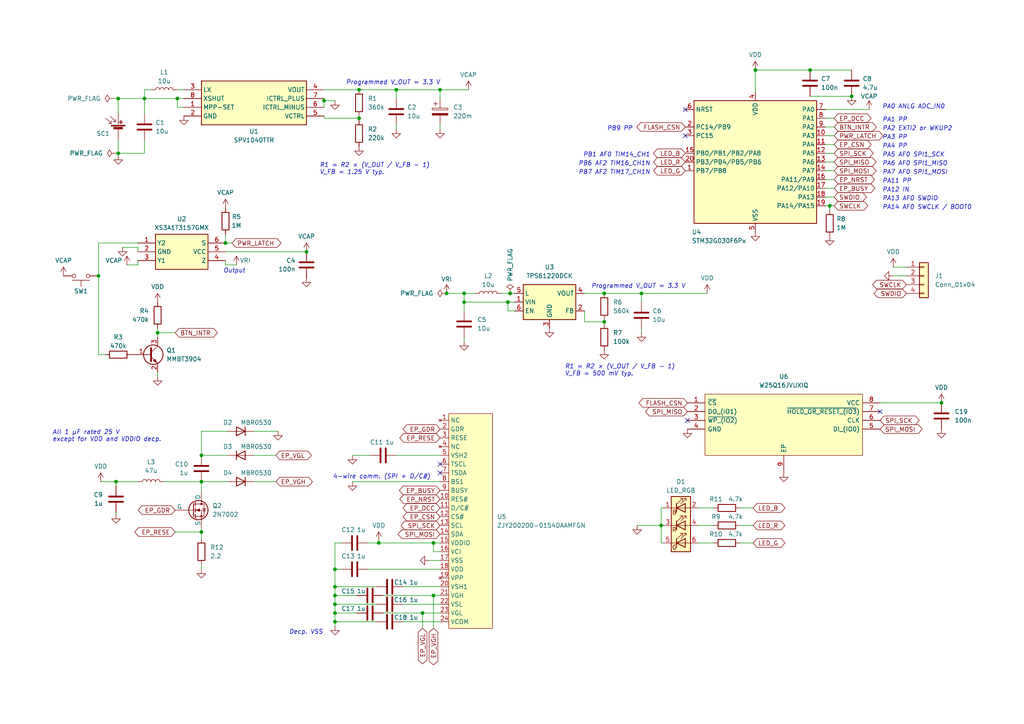
<source format=kicad_sch>
(kicad_sch (version 20230121) (generator eeschema)
  (paper "A4")
  (lib_symbols
    (symbol "Connector_Generic:Conn_01x04" (pin_names (offset 1.016) hide)
      (property "Reference" "J" (at 0 5.08 0))
      (property "Value" "Conn_01x04" (at 0 -7.62 0))
      (symbol "Conn_01x04_1_1"
        (pin passive line (at -5.08 2.54 0) (length 3.81) (name "Pin_1") (number "1"))
        (pin passive line (at -5.08 0 0) (length 3.81) (name "Pin_2") (number "2"))
        (pin passive line (at -5.08 -2.54 0) (length 3.81) (name "Pin_3") (number "3"))
        (pin passive line (at -5.08 -5.08 0) (length 3.81) (name "Pin_4") (number "4"))
      )
    )
    (symbol "Device:C" (pin_numbers hide) (pin_names (offset 0.254))
      (property "Reference" "C" (at 0.635 2.54 0))
      (property "Value" "C" (at 0.635 -2.54 0))
      (symbol "C_1_1"
        (pin passive line (at 0 3.81 270) (length 2.794) (name "~") (number "1"))
        (pin passive line (at 0 -3.81 90) (length 2.794) (name "~") (number "2"))
      )
    )
    (symbol "Device:C_Polarized" (pin_numbers hide) (pin_names (offset 0.254))
      (property "Reference" "C" (at 0.635 2.54 0))
      (property "Value" "C_Polarized" (at 0.635 -2.54 0))
      (symbol "C_Polarized_1_1"
        (pin passive line (at 0 3.81 270) (length 2.794) (name "~") (number "1"))
        (pin passive line (at 0 -3.81 90) (length 2.794) (name "~") (number "2"))
      )
    )
    (symbol "Device:D" (pin_numbers hide) (pin_names (offset 1.016) hide)
      (property "Reference" "D" (at 0 2.54 0))
      (property "Value" "D" (at 0 -2.54 0))
      (symbol "D_1_1"
        (pin passive line (at -3.81 0 0) (length 2.54) (name "K") (number "1"))
        (pin passive line (at 3.81 0 180) (length 2.54) (name "A") (number "2"))
      )
    )
    (symbol "Device:L" (pin_numbers hide) (pin_names (offset 1.016) hide)
      (property "Reference" "L" (at -1.27 0 90))
      (property "Value" "L" (at 1.905 0 90))
      (symbol "L_1_1"
        (pin passive line (at 0 3.81 270) (length 1.27) (name "1") (number "1"))
        (pin passive line (at 0 -3.81 90) (length 1.27) (name "2") (number "2"))
      )
    )
    (symbol "Device:Q_NMOS_GSD" (pin_numbers hide) (pin_names (offset 0))
      (property "Reference" "Q" (at 5.08 1.27 0))
      (property "Value" "Q_NMOS_GSD" (at 5.08 -1.27 0))
      (symbol "Q_NMOS_GSD_1_1"
        (pin input line (at -5.08 0 0) (length 2.54) (name "G") (number "1"))
        (pin passive line (at 2.54 -5.08 90) (length 2.54) (name "S") (number "2"))
        (pin passive line (at 2.54 5.08 270) (length 2.54) (name "D") (number "3"))
      )
    )
    (symbol "Device:R" (pin_numbers hide) (pin_names (offset 0))
      (property "Reference" "R" (at 2.032 0 90))
      (property "Value" "R" (at 0 0 90))
      (symbol "R_1_1"
        (pin passive line (at 0 3.81 270) (length 1.27) (name "~") (number "1"))
        (pin passive line (at 0 -3.81 90) (length 1.27) (name "~") (number "2"))
      )
    )
    (symbol "Device:Solar_Cell" (pin_numbers hide) (pin_names (offset 0) hide)
      (property "Reference" "SC" (at 2.54 2.54 0))
      (property "Value" "Solar_Cell" (at 2.54 0 0))
      (symbol "Solar_Cell_1_1"
        (pin passive line (at 0 5.08 270) (length 2.54) (name "+") (number "1"))
        (pin passive line (at 0 -2.54 90) (length 2.54) (name "-") (number "2"))
      )
    )
    (symbol "MCU_ST_STM32G0:STM32G030F6Px"
      (property "Reference" "U" (at -17.78 19.05 0))
      (property "Value" "STM32G030F6Px" (at 2.54 19.05 0))
      (symbol "STM32G030F6Px_1_1"
        (pin bidirectional line (at -20.32 -2.54 0) (length 2.54) (name "PB7/PB8") (number "1"))
        (pin bidirectional line (at 20.32 7.62 180) (length 2.54) (name "PA3") (number "10"))
        (pin bidirectional line (at 20.32 5.08 180) (length 2.54) (name "PA4") (number "11"))
        (pin bidirectional line (at 20.32 2.54 180) (length 2.54) (name "PA5") (number "12"))
        (pin bidirectional line (at 20.32 0 180) (length 2.54) (name "PA6") (number "13"))
        (pin bidirectional line (at 20.32 -2.54 180) (length 2.54) (name "PA7") (number "14"))
        (pin bidirectional line (at -20.32 2.54 0) (length 2.54) (name "PB0/PB1/PB2/PA8") (number "15"))
        (pin bidirectional line (at 20.32 -5.08 180) (length 2.54) (name "PA11/PA9") (number "16"))
        (pin bidirectional line (at 20.32 -7.62 180) (length 2.54) (name "PA12/PA10") (number "17"))
        (pin bidirectional line (at 20.32 -10.16 180) (length 2.54) (name "PA13") (number "18"))
        (pin bidirectional line (at 20.32 -12.7 180) (length 2.54) (name "PA14/PA15") (number "19"))
        (pin bidirectional line (at -20.32 10.16 0) (length 2.54) (name "PC14/PB9") (number "2"))
        (pin bidirectional line (at -20.32 0 0) (length 2.54) (name "PB3/PB4/PB5/PB6") (number "20"))
        (pin bidirectional line (at -20.32 7.62 0) (length 2.54) (name "PC15") (number "3"))
        (pin power_in line (at 0 20.32 270) (length 2.54) (name "VDD") (number "4"))
        (pin power_in line (at 0 -20.32 90) (length 2.54) (name "VSS") (number "5"))
        (pin input line (at -20.32 15.24 0) (length 2.54) (name "NRST") (number "6"))
        (pin bidirectional line (at 20.32 15.24 180) (length 2.54) (name "PA0") (number "7"))
        (pin bidirectional line (at 20.32 12.7 180) (length 2.54) (name "PA1") (number "8"))
        (pin bidirectional line (at 20.32 10.16 180) (length 2.54) (name "PA2") (number "9"))
      )
    )
    (symbol "Regulator_Switching:TPS61220DCK"
      (property "Reference" "U" (at -7.62 6.35 0))
      (property "Value" "TPS61220DCK" (at 2.54 6.35 0))
      (symbol "TPS61220DCK_1_1"
        (pin power_in line (at -10.16 0 0) (length 2.54) (name "VIN") (number "1"))
        (pin input line (at 10.16 -2.54 180) (length 2.54) (name "FB") (number "2"))
        (pin power_in line (at 0 -7.62 90) (length 2.54) (name "GND") (number "3"))
        (pin power_out line (at 10.16 2.54 180) (length 2.54) (name "VOUT") (number "4"))
        (pin power_in line (at -10.16 2.54 0) (length 2.54) (name "L") (number "5"))
        (pin input line (at -10.16 -2.54 0) (length 2.54) (name "EN") (number "6"))
      )
    )
    (symbol "Soleil_symbols:E-paper"
      (property "Reference" "U" (at 0 33.02 0))
      (property "Value" "ZJY200200-0154DAAMFGN" (at 0 -33.02 0))
      (symbol "E-paper_1_1"
        (pin no_connect line (at -8.89 29.21 0) (length 2.54) (name "NC") (number "1"))
        (pin input line (at -8.89 6.35 0) (length 2.54) (name "RES#") (number "10"))
        (pin input line (at -8.89 3.81 0) (length 2.54) (name "D/C#") (number "11"))
        (pin input line (at -8.89 1.27 0) (length 2.54) (name "CS#") (number "12"))
        (pin input line (at -8.89 -1.27 0) (length 2.54) (name "SCL") (number "13"))
        (pin input line (at -8.89 -3.81 0) (length 2.54) (name "SDA") (number "14"))
        (pin power_in line (at -8.89 -6.35 0) (length 2.54) (name "VDDIO") (number "15"))
        (pin power_in line (at -8.89 -8.89 0) (length 2.54) (name "VCI") (number "16"))
        (pin power_in line (at -8.89 -11.43 0) (length 2.54) (name "VSS") (number "17"))
        (pin bidirectional line (at -8.89 -13.97 0) (length 2.54) (name "VDD") (number "18"))
        (pin no_connect line (at -8.89 -16.51 0) (length 2.54) (name "VPP") (number "19"))
        (pin output line (at -8.89 26.67 0) (length 2.54) (name "GDR") (number "2"))
        (pin bidirectional line (at -8.89 -19.05 0) (length 2.54) (name "VSH1") (number "20"))
        (pin bidirectional line (at -8.89 -21.59 0) (length 2.54) (name "VGH") (number "21"))
        (pin bidirectional line (at -8.89 -24.13 0) (length 2.54) (name "VSL") (number "22"))
        (pin bidirectional line (at -8.89 -26.67 0) (length 2.54) (name "VGL") (number "23"))
        (pin bidirectional line (at -8.89 -29.21 0) (length 2.54) (name "VCOM") (number "24"))
        (pin input line (at -8.89 24.13 0) (length 2.54) (name "RESE") (number "3"))
        (pin no_connect line (at -8.89 21.59 0) (length 2.54) (name "NC") (number "4"))
        (pin bidirectional line (at -8.89 19.05 0) (length 2.54) (name "VSH2") (number "5"))
        (pin output line (at -8.89 16.51 0) (length 2.54) (name "TSCL") (number "6"))
        (pin bidirectional line (at -8.89 13.97 0) (length 2.54) (name "TSDA") (number "7"))
        (pin input line (at -8.89 11.43 0) (length 2.54) (name "BS1") (number "8"))
        (pin output line (at -8.89 8.89 0) (length 2.54) (name "BUSY") (number "9"))
      )
    )
    (symbol "Soleil_symbols:LED_RGB" (pin_names (offset 0) hide)
      (property "Reference" "D" (at 0 9.398 0))
      (property "Value" "LED_RGB" (at 0 -8.89 0))
      (symbol "LED_RGB_1_0"
        (text "B" (at -1.905 3.81 0) (effects (font (size 1.27 1.27))))
        (text "G" (at -1.905 -6.35 0) (effects (font (size 1.27 1.27))))
        (text "R" (at -1.905 -1.27 0) (effects (font (size 1.27 1.27))))
      )
      (symbol "LED_RGB_1_1"
        (pin passive line (at -5.08 5.08 0) (length 2.54) (name "BK") (number "1"))
        (pin passive line (at 5.08 5.08 180) (length 2.54) (name "BA") (number "2"))
        (pin passive line (at -5.08 0 0) (length 2.54) (name "RK") (number "3"))
        (pin passive line (at 5.08 0 180) (length 2.54) (name "RA") (number "4"))
        (pin passive line (at -5.08 -5.08 0) (length 2.54) (name "GK") (number "5"))
        (pin passive line (at 5.08 -5.08 180) (length 2.54) (name "GA") (number "6"))
      )
    )
    (symbol "Soleil_symbols:SPV1040TTR"
      (property "Reference" "U" (at 36.83 7.62 0))
      (property "Value" "SPV1040TTR" (at 36.83 5.08 0))
      (symbol "SPV1040TTR_1_1"
        (pin input line (at 0 -5.08 0) (length 5.08) (name "MPP-SET") (number "1"))
        (pin power_in line (at 0 -7.62 0) (length 5.08) (name "GND") (number "2"))
        (pin input line (at 0 0 0) (length 5.08) (name "LX") (number "3"))
        (pin power_out line (at 40.64 0 180) (length 5.08) (name "VOUT") (number "4"))
        (pin input line (at 40.64 -7.62 180) (length 5.08) (name "VCTRL") (number "5"))
        (pin input line (at 40.64 -5.08 180) (length 5.08) (name "ICTRL_MINUS") (number "6"))
        (pin input line (at 40.64 -2.54 180) (length 5.08) (name "ICTRL_PLUS") (number "7"))
        (pin input line (at 0 -2.54 0) (length 5.08) (name "XSHUT") (number "8"))
      )
    )
    (symbol "Soleil_symbols:VCAP" (power) (pin_names (offset 0))
      (property "Value" "VCAP" (at 0 3.81 0))
      (symbol "VCAP_1_1"
        (pin power_in line (at 0 0 90) (length 0) hide (name "VCAP") (number "1"))
      )
    )
    (symbol "Soleil_symbols:VRI" (power) (pin_names (offset 0))
      (property "Value" "VRI" (at 0 3.81 0))
      (symbol "VRI_1_1"
        (pin power_in line (at 0 0 90) (length 0) hide (name "VRI") (number "1"))
      )
    )
    (symbol "Soleil_symbols:W25Q16JVUXIQ" (pin_names (offset 0.762))
      (property "Reference" "U" (at 52.07 7.62 0))
      (property "Value" "W25Q16JVUXIQ" (at 52.07 5.08 0))
      (symbol "W25Q16JVUXIQ_0_0"
        (pin passive line (at 0 0 0) (length 5.08) (name "~{CS}") (number "1"))
        (pin passive line (at 0 -2.54 0) (length 5.08) (name "DO_(IO1)") (number "2"))
        (pin passive line (at 0 -5.08 0) (length 5.08) (name "~{WP_(IO2})") (number "3"))
        (pin passive line (at 0 -7.62 0) (length 5.08) (name "GND") (number "4"))
        (pin passive line (at 55.88 -7.62 180) (length 5.08) (name "DI_(IO0)") (number "5"))
        (pin passive line (at 55.88 -5.08 180) (length 5.08) (name "CLK") (number "6"))
        (pin passive line (at 55.88 -2.54 180) (length 5.08) (name "~{HOLD_OR_RESET_(IO3})") (number "7"))
        (pin passive line (at 55.88 0 180) (length 5.08) (name "VCC") (number "8"))
        (pin passive line (at 27.94 -20.32 90) (length 5.08) (name "EP") (number "9"))
      )
    )
    (symbol "Soleil_symbols:XS3A1T3157GMX"
      (property "Reference" "U" (at 21.59 7.62 0))
      (property "Value" "XS3A1T3157GMX" (at 21.59 5.08 0))
      (symbol "XS3A1T3157GMX_1_1"
        (pin passive line (at 0 0 0) (length 5.08) (name "Y2") (number "1"))
        (pin passive line (at 0 -2.54 0) (length 5.08) (name "GND") (number "2"))
        (pin passive line (at 0 -5.08 0) (length 5.08) (name "Y1") (number "3"))
        (pin passive line (at 25.4 -5.08 180) (length 5.08) (name "Z") (number "4"))
        (pin passive line (at 25.4 -2.54 180) (length 5.08) (name "VCC") (number "5"))
        (pin passive line (at 25.4 0 180) (length 5.08) (name "S") (number "6"))
      )
    )
    (symbol "Switch:SW_Push" (pin_numbers hide) (pin_names (offset 1.016) hide)
      (property "Reference" "SW" (at 1.27 2.54 0))
      (property "Value" "SW_Push" (at 0 -1.524 0))
      (symbol "SW_Push_0_1"
        (pin passive line (at -5.08 0 0) (length 2.54) (name "1") (number "1"))
        (pin passive line (at 5.08 0 180) (length 2.54) (name "2") (number "2"))
      )
    )
    (symbol "Transistor_BJT:MMBT3904" (pin_names (offset 0) hide)
      (property "Reference" "Q" (at 5.08 1.905 0))
      (property "Value" "MMBT3904" (at 5.08 0 0))
      (symbol "MMBT3904_1_1"
        (pin input line (at -5.08 0 0) (length 5.715) (name "B") (number "1"))
        (pin passive line (at 2.54 -5.08 90) (length 2.54) (name "E") (number "2"))
        (pin passive line (at 2.54 5.08 270) (length 2.54) (name "C") (number "3"))
      )
    )
    (symbol "power:GND" (power) (pin_names (offset 0))
      (property "Value" "GND" (at 0 -3.81 0))
      (symbol "GND_1_1"
        (pin power_in line (at 0 0 270) (length 0) hide (name "GND") (number "1"))
      )
    )
    (symbol "power:PWR_FLAG" (power) (pin_numbers hide) (pin_names (offset 0) hide)
      (property "Value" "PWR_FLAG" (at 0 3.81 0))
      (symbol "PWR_FLAG_0_0"
        (pin power_out line (at 0 0 90) (length 0) (name "pwr") (number "1"))
      )
    )
    (symbol "power:VDD" (power) (pin_names (offset 0))
      (property "Value" "VDD" (at 0 3.81 0))
      (symbol "VDD_1_1"
        (pin power_in line (at 0 0 90) (length 0) hide (name "VDD") (number "1"))
      )
    )
  )
  (junction (at 114.935 26.035))
  (junction (at 93.98 29.21))
  (junction (at 34.29 44.45))
  (junction (at 65.405 70.485))
  (junction (at 175.26 85.09))
  (junction (at 234.95 20.32))
  (junction (at 45.72 96.52))
  (junction (at 88.9 73.025))
  (junction (at 97.155 172.72))
  (junction (at 51.435 28.575))
  (junction (at 186.055 85.09))
  (junction (at 134.62 87.63))
  (junction (at 58.42 154.305))
  (junction (at 147.32 87.63))
  (junction (at 134.62 85.09))
  (junction (at 104.14 26.035))
  (junction (at 97.155 165.1))
  (junction (at 41.91 28.575))
  (junction (at 97.155 170.18))
  (junction (at 58.42 139.7))
  (junction (at 33.655 139.7))
  (junction (at 58.42 132.08))
  (junction (at 273.05 116.84))
  (junction (at 122.555 177.8))
  (junction (at 125.73 172.72))
  (junction (at 28.575 80.01))
  (junction (at 247.015 27.94))
  (junction (at 97.155 175.26))
  (junction (at 97.155 180.34))
  (junction (at 147.955 85.09))
  (junction (at 34.29 28.575))
  (junction (at 125.73 157.48))
  (junction (at 191.77 152.4))
  (junction (at 129.54 85.09))
  (junction (at 97.155 177.8))
  (junction (at 127.635 26.035))
  (junction (at 109.855 157.48))
  (junction (at 219.075 20.32))
  (junction (at 175.26 93.345))
  (junction (at 104.14 34.29))
  (junction (at 240.665 59.69))
  (no_connect (at 198.755 31.75))
  (no_connect (at 127.635 137.16))
  (no_connect (at 198.755 39.37))
  (no_connect (at 199.39 121.92))
  (no_connect (at 127.635 134.62))
  (no_connect (at 255.27 119.38))
  (wire (pts (xy 241.935 59.69) (xy 240.665 59.69)))
  (wire (pts (xy 239.395 39.37) (xy 241.935 39.37)))
  (wire (pts (xy 33.02 28.575) (xy 34.29 28.575)))
  (wire (pts (xy 97.155 175.26) (xy 109.22 175.26)))
  (wire (pts (xy 45.72 109.22) (xy 45.72 107.95)))
  (wire (pts (xy 102.235 139.7) (xy 127.635 139.7)))
  (wire (pts (xy 97.155 157.48) (xy 97.155 165.1)))
  (wire (pts (xy 116.84 175.26) (xy 127.635 175.26)))
  (wire (pts (xy 219.075 20.32) (xy 219.075 26.67)))
  (wire (pts (xy 97.155 177.8) (xy 103.505 177.8)))
  (wire (pts (xy 73.66 132.08) (xy 80.01 132.08)))
  (wire (pts (xy 191.77 147.32) (xy 192.405 147.32)))
  (wire (pts (xy 97.155 172.72) (xy 97.155 175.26)))
  (wire (pts (xy 34.29 28.575) (xy 41.91 28.575)))
  (wire (pts (xy 149.225 90.17) (xy 147.32 90.17)))
  (wire (pts (xy 191.77 147.32) (xy 191.77 152.4)))
  (wire (pts (xy 147.955 85.09) (xy 149.225 85.09)))
  (wire (pts (xy 45.72 97.79) (xy 45.72 96.52)))
  (wire (pts (xy 207.01 152.4) (xy 202.565 152.4)))
  (wire (pts (xy 175.26 93.345) (xy 175.26 93.98)))
  (wire (pts (xy 65.405 70.485) (xy 67.31 70.485)))
  (wire (pts (xy 40.005 71.755) (xy 40.005 73.025)))
  (wire (pts (xy 93.98 28.575) (xy 93.98 29.21)))
  (wire (pts (xy 109.855 157.48) (xy 125.73 157.48)))
  (wire (pts (xy 169.545 90.17) (xy 169.545 93.345)))
  (wire (pts (xy 241.935 54.61) (xy 239.395 54.61)))
  (wire (pts (xy 93.98 26.035) (xy 104.14 26.035)))
  (wire (pts (xy 186.055 85.09) (xy 186.055 87.63)))
  (wire (pts (xy 47.625 139.7) (xy 58.42 139.7)))
  (wire (pts (xy 127.635 26.035) (xy 127.635 28.575)))
  (wire (pts (xy 241.935 57.15) (xy 239.395 57.15)))
  (wire (pts (xy 93.98 34.29) (xy 93.98 33.655)))
  (wire (pts (xy 58.42 154.305) (xy 58.42 156.21)))
  (wire (pts (xy 241.935 41.91) (xy 239.395 41.91)))
  (wire (pts (xy 218.44 147.32) (xy 214.63 147.32)))
  (wire (pts (xy 191.77 157.48) (xy 192.405 157.48)))
  (wire (pts (xy 41.91 28.575) (xy 41.91 33.02)))
  (wire (pts (xy 122.555 177.8) (xy 122.555 182.245)))
  (wire (pts (xy 127.635 160.02) (xy 125.73 160.02)))
  (wire (pts (xy 97.155 170.18) (xy 109.22 170.18)))
  (wire (pts (xy 205.105 85.09) (xy 186.055 85.09)))
  (wire (pts (xy 125.73 172.72) (xy 125.73 182.245)))
  (wire (pts (xy 111.125 177.8) (xy 122.555 177.8)))
  (wire (pts (xy 134.62 87.63) (xy 134.62 85.09)))
  (wire (pts (xy 53.34 31.115) (xy 51.435 31.115)))
  (wire (pts (xy 240.665 59.69) (xy 239.395 59.69)))
  (wire (pts (xy 41.91 26.035) (xy 41.91 28.575)))
  (wire (pts (xy 125.73 172.72) (xy 127.635 172.72)))
  (wire (pts (xy 33.655 139.7) (xy 40.005 139.7)))
  (wire (pts (xy 33.655 148.59) (xy 33.655 149.225)))
  (wire (pts (xy 259.08 77.47) (xy 262.89 77.47)))
  (wire (pts (xy 73.66 139.7) (xy 80.01 139.7)))
  (wire (pts (xy 29.21 139.7) (xy 33.655 139.7)))
  (wire (pts (xy 124.46 162.56) (xy 127.635 162.56)))
  (wire (pts (xy 169.545 85.09) (xy 175.26 85.09)))
  (wire (pts (xy 273.05 116.84) (xy 255.27 116.84)))
  (wire (pts (xy 122.555 177.8) (xy 127.635 177.8)))
  (wire (pts (xy 65.405 76.835) (xy 68.58 76.835)))
  (wire (pts (xy 58.42 163.83) (xy 58.42 165.1)))
  (wire (pts (xy 259.08 80.01) (xy 262.89 80.01)))
  (wire (pts (xy 66.04 125.095) (xy 58.42 125.095)))
  (wire (pts (xy 41.91 40.64) (xy 41.91 44.45)))
  (wire (pts (xy 51.435 31.115) (xy 51.435 28.575)))
  (wire (pts (xy 134.62 87.63) (xy 147.32 87.63)))
  (wire (pts (xy 184.785 152.4) (xy 191.77 152.4)))
  (wire (pts (xy 107.315 132.08) (xy 102.235 132.08)))
  (wire (pts (xy 111.125 172.72) (xy 125.73 172.72)))
  (wire (pts (xy 35.56 71.755) (xy 40.005 71.755)))
  (wire (pts (xy 125.73 160.02) (xy 125.73 157.48)))
  (wire (pts (xy 28.575 102.87) (xy 30.48 102.87)))
  (wire (pts (xy 207.01 147.32) (xy 202.565 147.32)))
  (wire (pts (xy 241.935 49.53) (xy 239.395 49.53)))
  (wire (pts (xy 65.405 76.835) (xy 65.405 75.565)))
  (wire (pts (xy 239.395 36.83) (xy 241.935 36.83)))
  (wire (pts (xy 116.84 170.18) (xy 127.635 170.18)))
  (wire (pts (xy 252.095 31.75) (xy 239.395 31.75)))
  (wire (pts (xy 65.405 73.025) (xy 88.9 73.025)))
  (wire (pts (xy 241.935 46.99) (xy 239.395 46.99)))
  (wire (pts (xy 169.545 93.345) (xy 175.26 93.345)))
  (wire (pts (xy 41.91 44.45) (xy 34.29 44.45)))
  (wire (pts (xy 34.29 40.64) (xy 34.29 44.45)))
  (wire (pts (xy 125.73 157.48) (xy 127.635 157.48)))
  (wire (pts (xy 66.04 132.08) (xy 58.42 132.08)))
  (wire (pts (xy 134.62 85.09) (xy 137.795 85.09)))
  (wire (pts (xy 127.635 37.465) (xy 127.635 36.195)))
  (wire (pts (xy 109.855 156.845) (xy 109.855 157.48)))
  (wire (pts (xy 97.155 180.34) (xy 97.155 181.61)))
  (wire (pts (xy 97.155 177.8) (xy 97.155 180.34)))
  (wire (pts (xy 97.155 172.72) (xy 103.505 172.72)))
  (wire (pts (xy 33.655 140.97) (xy 33.655 139.7)))
  (wire (pts (xy 147.32 87.63) (xy 147.32 90.17)))
  (wire (pts (xy 114.935 26.035) (xy 127.635 26.035)))
  (wire (pts (xy 234.95 27.94) (xy 247.015 27.94)))
  (wire (pts (xy 134.62 87.63) (xy 134.62 90.17)))
  (wire (pts (xy 50.8 154.305) (xy 58.42 154.305)))
  (wire (pts (xy 186.055 95.25) (xy 186.055 96.52)))
  (wire (pts (xy 51.435 26.035) (xy 53.34 26.035)))
  (wire (pts (xy 28.575 80.01) (xy 28.575 70.485)))
  (wire (pts (xy 218.44 152.4) (xy 214.63 152.4)))
  (wire (pts (xy 34.29 33.02) (xy 34.29 28.575)))
  (wire (pts (xy 58.42 125.095) (xy 58.42 132.08)))
  (wire (pts (xy 191.77 152.4) (xy 191.77 157.48)))
  (wire (pts (xy 134.62 99.06) (xy 134.62 97.79)))
  (wire (pts (xy 28.575 70.485) (xy 40.005 70.485)))
  (wire (pts (xy 97.155 165.1) (xy 99.06 165.1)))
  (wire (pts (xy 28.575 80.01) (xy 28.575 102.87)))
  (wire (pts (xy 145.415 85.09) (xy 147.955 85.09)))
  (wire (pts (xy 234.95 20.32) (xy 247.015 20.32)))
  (wire (pts (xy 58.42 139.7) (xy 66.04 139.7)))
  (wire (pts (xy 73.66 125.095) (xy 80.645 125.095)))
  (wire (pts (xy 51.435 28.575) (xy 53.34 28.575)))
  (wire (pts (xy 45.72 96.52) (xy 45.72 95.25)))
  (wire (pts (xy 104.14 34.29) (xy 104.14 34.925)))
  (wire (pts (xy 175.26 85.09) (xy 186.055 85.09)))
  (wire (pts (xy 127.635 26.035) (xy 135.89 26.035)))
  (wire (pts (xy 129.54 85.09) (xy 134.62 85.09)))
  (wire (pts (xy 97.155 170.18) (xy 97.155 172.72)))
  (wire (pts (xy 36.83 76.835) (xy 40.005 76.835)))
  (wire (pts (xy 114.935 132.08) (xy 127.635 132.08)))
  (wire (pts (xy 65.405 67.945) (xy 65.405 70.485)))
  (wire (pts (xy 97.155 157.48) (xy 99.06 157.48)))
  (wire (pts (xy 33.655 44.45) (xy 34.29 44.45)))
  (wire (pts (xy 241.935 52.07) (xy 239.395 52.07)))
  (wire (pts (xy 43.815 26.035) (xy 41.91 26.035)))
  (wire (pts (xy 116.84 180.34) (xy 127.635 180.34)))
  (wire (pts (xy 219.075 20.32) (xy 234.95 20.32)))
  (wire (pts (xy 97.155 175.26) (xy 97.155 177.8)))
  (wire (pts (xy 240.665 59.69) (xy 240.665 60.96)))
  (wire (pts (xy 207.01 157.48) (xy 202.565 157.48)))
  (wire (pts (xy 241.935 34.29) (xy 239.395 34.29)))
  (wire (pts (xy 58.42 139.7) (xy 58.42 142.875)))
  (wire (pts (xy 97.155 165.1) (xy 97.155 170.18)))
  (wire (pts (xy 106.68 165.1) (xy 127.635 165.1)))
  (wire (pts (xy 93.98 29.21) (xy 97.155 29.21)))
  (wire (pts (xy 147.32 87.63) (xy 149.225 87.63)))
  (wire (pts (xy 40.005 76.835) (xy 40.005 75.565)))
  (wire (pts (xy 104.14 33.655) (xy 104.14 34.29)))
  (wire (pts (xy 97.155 180.34) (xy 109.22 180.34)))
  (wire (pts (xy 106.68 157.48) (xy 109.855 157.48)))
  (wire (pts (xy 175.26 92.71) (xy 175.26 93.345)))
  (wire (pts (xy 241.935 44.45) (xy 239.395 44.45)))
  (wire (pts (xy 93.98 29.21) (xy 93.98 31.115)))
  (wire (pts (xy 45.72 96.52) (xy 50.8 96.52)))
  (wire (pts (xy 41.91 28.575) (xy 51.435 28.575)))
  (wire (pts (xy 104.14 26.035) (xy 114.935 26.035)))
  (wire (pts (xy 114.935 36.195) (xy 114.935 37.465)))
  (wire (pts (xy 58.42 153.035) (xy 58.42 154.305)))
  (wire (pts (xy 218.44 157.48) (xy 214.63 157.48)))
  (wire (pts (xy 114.935 26.035) (xy 114.935 28.575)))
  (wire (pts (xy 191.77 152.4) (xy 192.405 152.4)))
  (wire (pts (xy 34.29 44.45) (xy 34.29 45.085)))
  (wire (pts (xy 93.98 34.29) (xy 104.14 34.29)))
  (text "PA12 IN" (at 255.905 55.88 0) (effects (font (size 1.27 1.27) italic) (justify left bottom)))
  (text "PB7 AF2 TIM17_CH1N" (at 188.595 50.8 0) (effects (font (size 1.27 1.27) italic) (justify right bottom)))
  (text "PA11 PP" (at 255.905 53.34 0) (effects (font (size 1.27 1.27) italic) (justify left bottom)))
  (text "PA3 PP" (at 255.905 40.64 0) (effects (font (size 1.27 1.27) italic) (justify left bottom)))
  (text "PA7 AF0 SPI1_MOSI" (at 255.905 50.8 0) (effects (font (size 1.27 1.27) italic) (justify left bottom)))
  (text "4-wire comm. (SPI + D/C#)" (at 96.52 139.065 0) (effects (font (size 1.27 1.27) italic) (justify left bottom)))
  (text "PB6 AF2 TIM16_CH1N" (at 188.595 48.26 0) (effects (font (size 1.27 1.27) italic) (justify right bottom)))
  (text "PB1 AF0 TIM14_CH1" (at 188.595 45.72 0) (effects (font (size 1.27 1.27) italic) (justify right bottom)))
  (text "PB9 PP" (at 183.515 38.1 0) (effects (font (size 1.27 1.27) italic) (justify right bottom)))
  (text "R1 = R2 × (V_OUT / V_FB - 1)\nV_FB = 1.25 V typ." (at 92.71 50.8 0) (effects (font (size 1.27 1.27) italic) (justify left bottom)))
  (text "Decp. VSS" (at 83.82 184.15 0) (effects (font (size 1.27 1.27) italic) (justify left bottom)))
  (text "All 1 µF rated 25 V\nexcept for VDD and VDDIO decp." (at 15.24 128.27 0) (effects (font (size 1.27 1.27) italic) (justify left bottom)))
  (text "R1 = R2 × (V_OUT / V_FB - 1)\nV_FB = 500 mV typ." (at 163.83 109.22 0) (effects (font (size 1.27 1.27) italic) (justify left bottom)))
  (text "PA1 PP" (at 255.905 35.56 0) (effects (font (size 1.27 1.27) italic) (justify left bottom)))
  (text "PA0 ANLG ADC_IN0" (at 255.905 31.75 0) (effects (font (size 1.27 1.27) italic) (justify left bottom)))
  (text "PA4 PP" (at 255.905 43.18 0) (effects (font (size 1.27 1.27) italic) (justify left bottom)))
  (text "PA5 AF0 SPI1_SCK" (at 255.905 45.72 0) (effects (font (size 1.27 1.27) italic) (justify left bottom)))
  (text "Output" (at 64.77 79.375 0) (effects (font (size 1.27 1.27) italic) (justify left bottom)))
  (text "Programmed V_OUT = 3.3 V" (at 100.33 24.765 0) (effects (font (size 1.27 1.27) italic) (justify left bottom)))
  (text "PA14 AF0 SWCLK / BOOT0" (at 255.905 60.96 0) (effects (font (size 1.27 1.27) italic) (justify left bottom)))
  (text "PA6 AF0 SPI1_MISO" (at 255.905 48.26 0) (effects (font (size 1.27 1.27) italic) (justify left bottom)))
  (text "Programmed V_OUT = 3.3 V" (at 171.45 83.82 0) (effects (font (size 1.27 1.27) italic) (justify left bottom)))
  (text "PA2 EXTI2 or WKUP2" (at 255.905 38.1 0) (effects (font (size 1.27 1.27) italic) (justify left bottom)))
  (text "PA13 AF0 SWDIO" (at 255.905 58.42 0) (effects (font (size 1.27 1.27) italic) (justify left bottom)))
  (global_label "LED_G" (shape bidirectional) (at 218.44 157.48 0) (property "Intersheetrefs" "${INTERSHEET_REFS}" (effects hide)))
  (global_label "FLASH_CSN" (shape bidirectional) (at 199.39 116.84 180) (property "Intersheetrefs" "${INTERSHEET_REFS}" (effects hide)))
  (global_label "BTN_INTR" (shape bidirectional) (at 50.8 96.52 0) (property "Intersheetrefs" "${INTERSHEET_REFS}" (effects hide)))
  (global_label "SPI_SCK" (shape bidirectional) (at 241.935 44.45 0) (property "Intersheetrefs" "${INTERSHEET_REFS}" (effects hide)))
  (global_label "LED_G" (shape bidirectional) (at 198.755 49.53 180) (property "Intersheetrefs" "${INTERSHEET_REFS}" (effects hide)))
  (global_label "PWR_LATCH" (shape bidirectional) (at 67.31 70.485 0) (property "Intersheetrefs" "${INTERSHEET_REFS}" (effects hide)))
  (global_label "SPI_MOSI" (shape bidirectional) (at 241.935 49.53 0) (property "Intersheetrefs" "${INTERSHEET_REFS}" (effects hide)))
  (global_label "PWR_LATCH" (shape bidirectional) (at 241.935 39.37 0) (property "Intersheetrefs" "${INTERSHEET_REFS}" (effects hide)))
  (global_label "EP_BUSY" (shape bidirectional) (at 241.935 54.61 0) (property "Intersheetrefs" "${INTERSHEET_REFS}" (effects hide)))
  (global_label "EP_VGH" (shape tri_state) (at 125.73 182.245 270) (property "Intersheetrefs" "${INTERSHEET_REFS}" (effects hide)))
  (global_label "LED_B" (shape bidirectional) (at 218.44 147.32 0) (property "Intersheetrefs" "${INTERSHEET_REFS}" (effects hide)))
  (global_label "EP_NRST" (shape bidirectional) (at 241.935 52.07 0) (property "Intersheetrefs" "${INTERSHEET_REFS}" (effects hide)))
  (global_label "SWCLK" (shape bidirectional) (at 241.935 59.69 0) (property "Intersheetrefs" "${INTERSHEET_REFS}" (effects hide)))
  (global_label "EP_VGH" (shape tri_state) (at 80.01 139.7 0) (property "Intersheetrefs" "${INTERSHEET_REFS}" (effects hide)))
  (global_label "EP_CSN" (shape bidirectional) (at 241.935 41.91 0) (property "Intersheetrefs" "${INTERSHEET_REFS}" (effects hide)))
  (global_label "SPI_SCK" (shape bidirectional) (at 255.27 121.92 0) (property "Intersheetrefs" "${INTERSHEET_REFS}" (effects hide)))
  (global_label "EP_BUSY" (shape bidirectional) (at 127.635 142.24 180) (property "Intersheetrefs" "${INTERSHEET_REFS}" (effects hide)))
  (global_label "EP_GDR" (shape bidirectional) (at 127.635 124.46 180) (property "Intersheetrefs" "${INTERSHEET_REFS}" (effects hide)))
  (global_label "EP_NRST" (shape bidirectional) (at 127.635 144.78 180) (property "Intersheetrefs" "${INTERSHEET_REFS}" (effects hide)))
  (global_label "EP_RESE" (shape bidirectional) (at 50.8 154.305 180) (property "Intersheetrefs" "${INTERSHEET_REFS}" (effects hide)))
  (global_label "EP_CSN" (shape bidirectional) (at 127.635 149.86 180) (property "Intersheetrefs" "${INTERSHEET_REFS}" (effects hide)))
  (global_label "SPI_MISO" (shape bidirectional) (at 241.935 46.99 0) (property "Intersheetrefs" "${INTERSHEET_REFS}" (effects hide)))
  (global_label "SPI_MISO" (shape bidirectional) (at 199.39 119.38 180) (property "Intersheetrefs" "${INTERSHEET_REFS}" (effects hide)))
  (global_label "BTN_INTR" (shape bidirectional) (at 241.935 36.83 0) (property "Intersheetrefs" "${INTERSHEET_REFS}" (effects hide)))
  (global_label "SPI_SCK" (shape bidirectional) (at 127.635 152.4 180) (property "Intersheetrefs" "${INTERSHEET_REFS}" (effects hide)))
  (global_label "SWDIO" (shape bidirectional) (at 262.89 85.09 180) (property "Intersheetrefs" "${INTERSHEET_REFS}" (effects hide)))
  (global_label "SWCLK" (shape bidirectional) (at 262.89 82.55 180) (property "Intersheetrefs" "${INTERSHEET_REFS}" (effects hide)))
  (global_label "EP_DCC" (shape bidirectional) (at 127.635 147.32 180) (property "Intersheetrefs" "${INTERSHEET_REFS}" (effects hide)))
  (global_label "LED_B" (shape bidirectional) (at 198.755 44.45 180) (property "Intersheetrefs" "${INTERSHEET_REFS}" (effects hide)))
  (global_label "FLASH_CSN" (shape bidirectional) (at 198.755 36.83 180) (property "Intersheetrefs" "${INTERSHEET_REFS}" (effects hide)))
  (global_label "EP_RESE" (shape bidirectional) (at 127.635 127 180) (property "Intersheetrefs" "${INTERSHEET_REFS}" (effects hide)))
  (global_label "EP_DCC" (shape bidirectional) (at 241.935 34.29 0) (property "Intersheetrefs" "${INTERSHEET_REFS}" (effects hide)))
  (global_label "LED_R" (shape bidirectional) (at 198.755 46.99 180) (property "Intersheetrefs" "${INTERSHEET_REFS}" (effects hide)))
  (global_label "EP_VGL" (shape bidirectional) (at 80.01 132.08 0) (property "Intersheetrefs" "${INTERSHEET_REFS}" (effects hide)))
  (global_label "SWDIO" (shape bidirectional) (at 241.935 57.15 0) (property "Intersheetrefs" "${INTERSHEET_REFS}" (effects hide)))
  (global_label "SPI_MOSI" (shape bidirectional) (at 127.635 154.94 180) (property "Intersheetrefs" "${INTERSHEET_REFS}" (effects hide)))
  (global_label "SPI_MOSI" (shape bidirectional) (at 255.27 124.46 0) (property "Intersheetrefs" "${INTERSHEET_REFS}" (effects hide)))
  (global_label "LED_R" (shape bidirectional) (at 218.44 152.4 0) (property "Intersheetrefs" "${INTERSHEET_REFS}" (effects hide)))
  (global_label "EP_GDR" (shape bidirectional) (at 50.8 147.955 180) (property "Intersheetrefs" "${INTERSHEET_REFS}" (effects hide)))
  (global_label "EP_VGL" (shape bidirectional) (at 122.555 182.245 270) (property "Intersheetrefs" "${INTERSHEET_REFS}" (effects hide)))
  (symbol (lib_id "Device:C") (at 111.125 132.08 90) (unit 1)
    (property "Reference" "C11" (at 109.22 128.27 90))
    (property "Value" "1u" (at 113.03 128.27 90))
    (property "Footprint" "Capacitor_SMD:C_0603_1608Metric" (effects hide))
  )
  (symbol (lib_id "Device:R") (at 34.29 102.87 270) (unit 1)
    (property "Reference" "R3" (at 34.29 97.79 90))
    (property "Value" "470k" (at 34.29 100.33 90))
    (property "Footprint" "Resistor_SMD:R_0603_1608Metric" (effects hide))
  )
  (symbol (lib_id "Device:R") (at 175.26 97.79 0) (unit 1)
    (property "Reference" "R7" (at 177.8 96.52 0) (effects (justify left)))
    (property "Value" "100k" (at 177.8 99.06 0) (effects (justify left)))
    (property "Footprint" "Resistor_SMD:R_0603_1608Metric" (effects hide))
  )
  (symbol (lib_id "Device:D") (at 69.85 139.7 180) (unit 1)
    (property "Reference" "D4" (at 66.04 137.16 0))
    (property "Value" "MBR0530" (at 74.295 137.16 0))
    (property "Footprint" "Diode_SMD:D_SOD-123" (effects hide))
    (property "Sim.Device" "D" (effects hide))
    (property "Sim.Pins" "1=K 2=A" (effects hide))
  )
  (symbol (lib_id "Device:R") (at 104.14 29.845 0) (unit 1)
    (property "Reference" "R1" (at 106.68 28.575 0) (effects (justify left)))
    (property "Value" "360k" (at 106.68 31.115 0) (effects (justify left)))
    (property "Footprint" "Resistor_SMD:R_0603_1608Metric" (effects hide))
  )
  (symbol (lib_id "power:PWR_FLAG") (at 33.655 44.45 90) (unit 1)
    (property "Reference" "#FLG02" (effects hide))
    (property "Value" "PWR_FLAG" (at 29.845 44.45 90) (effects (justify left)))
  )
  (symbol (lib_id "power:GND") (at 247.015 27.94 0) (unit 1)
    (property "Reference" "#PWR08" (effects hide))
    (property "Value" "GND" (effects hide))
  )
  (symbol (lib_id "power:GND") (at 33.655 149.225 0) (unit 1)
    (property "Reference" "#PWR012" (effects hide))
    (property "Value" "GND" (effects hide))
  )
  (symbol (lib_id "power:PWR_FLAG") (at 33.02 28.575 90) (unit 1)
    (property "Reference" "#FLG01" (effects hide))
    (property "Value" "PWR_FLAG" (at 29.21 28.575 90) (effects (justify left)))
  )
  (symbol (lib_id "power:GND") (at 35.56 71.755 0) (unit 1)
    (property "Reference" "#PWR026" (effects hide))
    (property "Value" "GND" (effects hide))
  )
  (symbol (lib_id "Device:Q_NMOS_GSD") (at 55.88 147.955 0) (unit 1)
    (property "Reference" "Q2" (at 61.595 146.685 0) (effects (justify left)))
    (property "Value" "2N7002" (at 61.595 149.225 0) (effects (justify left)))
    (property "Footprint" "Package_TO_SOT_SMD:SOT-23" (effects hide))
  )
  (symbol (lib_id "Device:C") (at 107.315 172.72 90) (unit 1)
    (property "Reference" "C15" (at 100.965 171.45 90))
    (property "Value" "1u" (at 104.775 171.45 90))
    (property "Footprint" "Capacitor_SMD:C_0603_1608Metric" (effects hide))
  )
  (symbol (lib_id "power:GND") (at 34.29 45.085 0) (unit 1)
    (property "Reference" "#PWR01" (effects hide))
    (property "Value" "GND" (effects hide))
  )
  (symbol (lib_id "Regulator_Switching:TPS61220DCK") (at 159.385 87.63 0) (unit 1)
    (property "Reference" "U3" (at 159.385 77.47 0))
    (property "Value" "TPS61220DCK" (at 159.385 80.01 0))
    (property "Footprint" "Package_TO_SOT_SMD:Texas_R-PDSO-G6" (effects hide))
    (property "Datasheet" "http://www.ti.com/lit/ds/symlink/tps61220.pdf" (effects hide))
  )
  (symbol (lib_id "Device:C") (at 234.95 24.13 180) (unit 1)
    (property "Reference" "C7" (at 238.125 22.86 0) (effects (justify right)))
    (property "Value" "100n" (at 238.125 25.4 0) (effects (justify right)))
    (property "Footprint" "Capacitor_SMD:C_0603_1608Metric" (effects hide))
  )
  (symbol (lib_id "Device:D") (at 69.85 125.095 180) (unit 1)
    (property "Reference" "D2" (at 66.04 122.555 0))
    (property "Value" "MBR0530" (at 74.295 122.555 0))
    (property "Footprint" "Diode_SMD:D_SOD-123" (effects hide))
    (property "Sim.Device" "D" (effects hide))
    (property "Sim.Pins" "1=K 2=A" (effects hide))
  )
  (symbol (lib_id "power:GND") (at 102.235 139.7 0) (unit 1)
    (property "Reference" "#PWR016" (effects hide))
    (property "Value" "GND" (effects hide))
  )
  (symbol (lib_id "Device:C") (at 186.055 91.44 0) (unit 1)
    (property "Reference" "C6" (at 189.23 90.17 0) (effects (justify left)))
    (property "Value" "10u" (at 189.23 92.71 0) (effects (justify left)))
    (property "Footprint" "Capacitor_SMD:C_0603_1608Metric" (effects hide))
  )
  (symbol (lib_id "Device:C") (at 58.42 135.89 0) (mirror y) (unit 1)
    (property "Reference" "C10" (at 54.61 134.62 0) (effects (justify left)))
    (property "Value" "1u" (at 54.61 137.16 0) (effects (justify left)))
    (property "Footprint" "Capacitor_SMD:C_0603_1608Metric" (effects hide))
  )
  (symbol (lib_id "Device:C") (at 113.03 170.18 90) (unit 1)
    (property "Reference" "C14" (at 116.205 168.91 90))
    (property "Value" "1u" (at 120.015 168.91 90))
    (property "Footprint" "Capacitor_SMD:C_0603_1608Metric" (effects hide))
  )
  (symbol (lib_id "power:VDD") (at 273.05 116.84 0) (unit 1)
    (property "Reference" "#PWR039" (effects hide))
    (property "Value" "VDD" (at 273.05 112.395 0))
  )
  (symbol (lib_id "power:VDD") (at 45.72 87.63 0) (unit 1)
    (property "Reference" "#PWR011" (effects hide))
    (property "Value" "VDD" (at 45.72 83.185 0))
  )
  (symbol (lib_id "Device:C") (at 273.05 120.65 180) (unit 1)
    (property "Reference" "C19" (at 276.86 119.38 0) (effects (justify right)))
    (property "Value" "100n" (at 276.86 121.92 0) (effects (justify right)))
    (property "Footprint" "Capacitor_SMD:C_0603_1608Metric" (effects hide))
  )
  (symbol (lib_id "power:GND") (at 134.62 99.06 0) (unit 1)
    (property "Reference" "#PWR035" (effects hide))
    (property "Value" "GND" (effects hide))
  )
  (symbol (lib_id "power:VDD") (at 29.21 139.7 0) (unit 1)
    (property "Reference" "#PWR02" (effects hide))
    (property "Value" "VDD" (at 29.21 135.255 0))
  )
  (symbol (lib_id "Soleil_symbols:XS3A1T3157GMX") (at 40.005 70.485 0) (unit 1)
    (property "Reference" "U2" (at 52.705 63.5 0))
    (property "Value" "XS3A1T3157GMX" (at 52.705 66.04 0))
    (property "Footprint" "Soleil_footprints:XS3A1T3157GMX" (effects hide))
    (property "Datasheet" "https://assets.nexperia.com/documents/data-sheet/XS3A1T3157.pdf" (effects hide))
    (property "Height" "0.5" (effects hide))
    (property "Manufacturer_Name" "Nexperia" (effects hide))
    (property "Manufacturer_Part_Number" "XS3A1T3157GMX" (effects hide))
    (property "Mouser Part Number" "771-XS3A1T3157GMX" (effects hide))
    (property "Mouser Price/Stock" "https://www.mouser.co.uk/ProductDetail/Nexperia/XS3A1T3157GMX?qs=vmHwEFxEFR%252BFclv34sZ6BA%3D%3D" (effects hide))
    (property "Arrow Part Number" "XS3A1T3157GMX" (effects hide))
    (property "Arrow Price/Stock" "https://www.arrow.com/en/products/xs3a1t3157gmx/nexperia?region=nac" (effects hide))
  )
  (symbol (lib_id "power:GND") (at 45.72 109.22 0) (unit 1)
    (property "Reference" "#PWR030" (effects hide))
    (property "Value" "GND" (effects hide))
  )
  (symbol (lib_id "power:GND") (at 88.9 80.645 0) (unit 1)
    (property "Reference" "#PWR043" (effects hide))
    (property "Value" "GND" (effects hide))
  )
  (symbol (lib_id "power:GND") (at 259.08 80.01 270) (unit 1)
    (property "Reference" "#PWR021" (effects hide))
    (property "Value" "GND" (effects hide))
  )
  (symbol (lib_id "power:PWR_FLAG") (at 129.54 85.09 90) (unit 1)
    (property "Reference" "#FLG04" (effects hide))
    (property "Value" "PWR_FLAG" (at 125.73 85.09 90) (effects (justify left)))
  )
  (symbol (lib_id "Device:L") (at 43.815 139.7 90) (unit 1)
    (property "Reference" "L3" (at 43.815 133.985 90))
    (property "Value" "47u" (at 43.815 136.525 90))
    (property "Footprint" "Inductor_SMD:L_Sunlord_SWPA4020S" (effects hide))
    (property "Datasheet" "HCM0630-470M" (effects hide))
  )
  (symbol (lib_id "Device:C") (at 33.655 144.78 0) (mirror y) (unit 1)
    (property "Reference" "C9" (at 29.845 143.51 0) (effects (justify left)))
    (property "Value" "1u" (at 29.845 146.05 0) (effects (justify left)))
    (property "Footprint" "Capacitor_SMD:C_0603_1608Metric" (effects hide))
  )
  (symbol (lib_id "Device:C") (at 102.87 165.1 90) (unit 1)
    (property "Reference" "C13" (at 100.965 161.29 90))
    (property "Value" "1u" (at 104.775 161.29 90))
    (property "Footprint" "Capacitor_SMD:C_0603_1608Metric" (effects hide))
  )
  (symbol (lib_id "power:VDD") (at 259.08 77.47 0) (unit 1)
    (property "Reference" "#PWR020" (effects hide))
    (property "Value" "VDD" (at 259.08 73.025 0))
  )
  (symbol (lib_id "Transistor_BJT:MMBT3904") (at 43.18 102.87 0) (unit 1)
    (property "Reference" "Q1" (at 48.26 101.6 0) (effects (justify left)))
    (property "Value" "MMBT3904" (at 48.26 104.14 0) (effects (justify left)))
    (property "Footprint" "Package_TO_SOT_SMD:SOT-23" (effects hide))
    (property "Datasheet" "https://www.onsemi.com/pdf/datasheet/pzt3904-d.pdf" (effects hide))
  )
  (symbol (lib_id "power:GND") (at 127.635 37.465 0) (unit 1)
    (property "Reference" "#PWR06" (effects hide))
    (property "Value" "GND" (effects hide))
  )
  (symbol (lib_id "power:GND") (at 58.42 165.1 0) (unit 1)
    (property "Reference" "#PWR013" (effects hide))
    (property "Value" "GND" (effects hide))
  )
  (symbol (lib_id "Device:C") (at 88.9 76.835 0) (mirror x) (unit 1)
    (property "Reference" "C4" (at 85.725 75.565 0) (effects (justify right)))
    (property "Value" "100n" (at 85.725 78.105 0) (effects (justify right)))
    (property "Footprint" "Capacitor_SMD:C_0603_1608Metric" (effects hide))
  )
  (symbol (lib_id "power:GND") (at 219.075 67.31 0) (unit 1)
    (property "Reference" "#PWR09" (effects hide))
    (property "Value" "GND" (effects hide))
  )
  (symbol (lib_id "power:GND") (at 273.05 124.46 0) (unit 1)
    (property "Reference" "#PWR042" (effects hide))
    (property "Value" "GND" (effects hide))
  )
  (symbol (lib_id "Device:R") (at 58.42 160.02 0) (unit 1)
    (property "Reference" "R12" (at 60.96 158.75 0) (effects (justify left)))
    (property "Value" "2.2" (at 60.96 161.29 0) (effects (justify left)))
    (property "Footprint" "Resistor_SMD:R_0603_1608Metric" (effects hide))
  )
  (symbol (lib_id "Device:C") (at 114.935 32.385 0) (unit 1)
    (property "Reference" "C2" (at 118.11 31.115 0) (effects (justify left)))
    (property "Value" "10u" (at 118.11 33.655 0) (effects (justify left)))
    (property "Footprint" "Capacitor_SMD:C_0603_1608Metric" (effects hide))
  )
  (symbol (lib_id "Device:D") (at 69.85 132.08 0) (unit 1)
    (property "Reference" "D3" (at 66.04 129.54 0))
    (property "Value" "MBR0530" (at 74.295 129.54 0))
    (property "Footprint" "Diode_SMD:D_SOD-123" (effects hide))
    (property "Sim.Device" "D" (effects hide))
    (property "Sim.Pins" "1=K 2=A" (effects hide))
  )
  (symbol (lib_id "power:GND") (at 186.055 96.52 0) (unit 1)
    (property "Reference" "#PWR034" (effects hide))
    (property "Value" "GND" (effects hide))
  )
  (symbol (lib_id "MCU_ST_STM32G0:STM32G030F6Px") (at 219.075 46.99 0) (unit 1)
    (property "Reference" "U4" (at 200.66 67.31 0) (effects (justify left)))
    (property "Value" "STM32G030F6Px" (at 200.66 69.85 0) (effects (justify left)))
    (property "Footprint" "Package_SO:TSSOP-20_4.4x6.5mm_P0.65mm" (effects hide))
    (property "Datasheet" "https://www.st.com/resource/en/datasheet/stm32g030f6.pdf" (effects hide))
  )
  (symbol (lib_id "power:VDD") (at 205.105 85.09 0) (unit 1)
    (property "Reference" "#PWR028" (effects hide))
    (property "Value" "VDD" (at 205.105 80.645 0))
  )
  (symbol (lib_id "Device:R") (at 175.26 88.9 0) (unit 1)
    (property "Reference" "R6" (at 177.8 87.63 0) (effects (justify left)))
    (property "Value" "560k" (at 177.8 90.17 0) (effects (justify left)))
    (property "Footprint" "Resistor_SMD:R_0603_1608Metric" (effects hide))
  )
  (symbol (lib_id "power:GND") (at 240.665 68.58 0) (unit 1)
    (property "Reference" "#PWR022" (effects hide))
    (property "Value" "GND" (effects hide))
  )
  (symbol (lib_id "Device:R") (at 240.665 64.77 0) (unit 1)
    (property "Reference" "R8" (at 242.57 63.5 0) (effects (justify left)))
    (property "Value" "1M" (at 242.57 66.04 0) (effects (justify left)))
    (property "Footprint" "Resistor_SMD:R_0603_1608Metric" (effects hide))
  )
  (symbol (lib_id "power:GND") (at 227.33 137.16 0) (unit 1)
    (property "Reference" "#PWR041" (effects hide))
    (property "Value" "GND" (effects hide))
  )
  (symbol (lib_id "power:GND") (at 53.34 33.655 0) (unit 1)
    (property "Reference" "#PWR03" (effects hide))
    (property "Value" "GND" (effects hide))
  )
  (symbol (lib_id "Device:R") (at 210.82 147.32 90) (unit 1)
    (property "Reference" "R11" (at 207.645 144.78 90))
    (property "Value" "4.7k" (at 213.36 144.78 90))
    (property "Footprint" "Resistor_SMD:R_0603_1608Metric" (effects hide))
  )
  (symbol (lib_id "Device:C") (at 41.91 36.83 0) (unit 1)
    (property "Reference" "C1" (at 45.085 35.56 0) (effects (justify left)))
    (property "Value" "10u" (at 45.085 38.1 0) (effects (justify left)))
    (property "Footprint" "Capacitor_SMD:C_0603_1608Metric" (effects hide))
  )
  (symbol (lib_id "Device:R") (at 65.405 64.135 0) (unit 1)
    (property "Reference" "R5" (at 68.58 62.865 0))
    (property "Value" "1M" (at 68.58 65.405 0))
    (property "Footprint" "Resistor_SMD:R_0603_1608Metric" (effects hide))
  )
  (symbol (lib_id "Device:C") (at 134.62 93.98 0) (unit 1)
    (property "Reference" "C5" (at 138.43 92.71 0) (effects (justify left)))
    (property "Value" "10u" (at 138.43 95.25 0) (effects (justify left)))
    (property "Footprint" "Capacitor_SMD:C_0603_1608Metric" (effects hide))
  )
  (symbol (lib_id "power:GND") (at 97.155 181.61 0) (unit 1)
    (property "Reference" "#PWR019" (effects hide))
    (property "Value" "GND" (effects hide))
  )
  (symbol (lib_id "Device:C") (at 247.015 24.13 180) (unit 1)
    (property "Reference" "C8" (at 250.19 22.86 0) (effects (justify right)))
    (property "Value" "4.7u" (at 250.19 25.4 0) (effects (justify right)))
    (property "Footprint" "Capacitor_SMD:C_0603_1608Metric" (effects hide))
  )
  (symbol (lib_id "Soleil_symbols:LED_RGB") (at 197.485 152.4 0) (unit 1)
    (property "Reference" "D1" (at 197.485 139.7 0))
    (property "Value" "LED_RGB" (at 197.485 142.24 0))
    (property "Footprint" "Soleil_footprints:LED_BRG_KA_5050-6" (effects hide))
  )
  (symbol (lib_id "Device:R") (at 45.72 91.44 0) (unit 1)
    (property "Reference" "R4" (at 43.18 90.17 0) (effects (justify right)))
    (property "Value" "470k" (at 43.18 92.71 0) (effects (justify right)))
    (property "Footprint" "Resistor_SMD:R_0603_1608Metric" (effects hide))
  )
  (symbol (lib_id "Device:R") (at 210.82 157.48 90) (unit 1)
    (property "Reference" "R10" (at 207.645 154.94 90))
    (property "Value" "4.7k" (at 213.36 154.94 90))
    (property "Footprint" "Resistor_SMD:R_0603_1608Metric" (effects hide))
  )
  (symbol (lib_id "Device:C") (at 113.03 180.34 90) (unit 1)
    (property "Reference" "C18" (at 116.205 179.07 90))
    (property "Value" "1u" (at 120.015 179.07 90))
    (property "Footprint" "Capacitor_SMD:C_0603_1608Metric" (effects hide))
  )
  (symbol (lib_id "Device:C") (at 102.87 157.48 90) (unit 1)
    (property "Reference" "C12" (at 100.965 153.67 90))
    (property "Value" "1u" (at 104.775 153.67 90))
    (property "Footprint" "Capacitor_SMD:C_0603_1608Metric" (effects hide))
  )
  (symbol (lib_id "Device:R") (at 104.14 38.735 0) (unit 1)
    (property "Reference" "R2" (at 106.68 37.465 0) (effects (justify left)))
    (property "Value" "220k" (at 106.68 40.005 0) (effects (justify left)))
    (property "Footprint" "Resistor_SMD:R_0603_1608Metric" (effects hide))
  )
  (symbol (lib_id "power:VDD") (at 109.855 156.845 0) (unit 1)
    (property "Reference" "#PWR010" (effects hide))
    (property "Value" "VDD" (at 109.855 152.4 0))
  )
  (symbol (lib_id "Connector_Generic:Conn_01x04") (at 267.97 80.01 0) (unit 1)
    (property "Reference" "J1" (at 271.145 80.01 0) (effects (justify left)))
    (property "Value" "Conn_01x04" (at 271.145 82.55 0) (effects (justify left)))
    (property "Footprint" "Soleil_footprints:TestPoints_1x04_P2.0" (effects hide))
  )
  (symbol (lib_id "Soleil_symbols:E-paper") (at 136.525 151.13 0) (unit 1)
    (property "Reference" "U5" (at 144.145 149.86 0) (effects (justify left)))
    (property "Value" "ZJY200200-0154DAAMFGN" (at 144.145 152.4 0) (effects (justify left)))
    (property "Footprint" "Soleil_footprints:FPC_1x24_P0.5" (effects hide))
  )
  (symbol (lib_id "Soleil_symbols:VRI") (at 68.58 76.835 0) (unit 1)
    (property "Reference" "#PWR037" (effects hide))
    (property "Value" "VRI" (at 71.12 75.565 0))
  )
  (symbol (lib_id "Soleil_symbols:W25Q16JVUXIQ") (at 199.39 116.84 0) (unit 1)
    (property "Reference" "U6" (at 227.33 109.22 0))
    (property "Value" "W25Q16JVUXIQ" (at 227.33 111.76 0))
    (property "Footprint" "Soleil_footprints:SON50P300X200X60-9N" (effects hide))
    (property "Datasheet" "https://www.winbond.com/hq/search-resource-file.jsp?partNo=W25Q16JVUXIQ&type=datasheet" (effects hide))
    (property "Description" "16M-bit Serial Flash Memory with uniform 4KB sectors and Dual/Quad SPI" (effects hide))
    (property "Height" "0.6" (effects hide))
    (property "Manufacturer_Name" "Winbond" (effects hide))
    (property "Manufacturer_Part_Number" "W25Q16JVUXIQ" (effects hide))
  )
  (symbol (lib_id "power:VDD") (at 219.075 20.32 0) (unit 1)
    (property "Reference" "#PWR07" (effects hide))
    (property "Value" "VDD" (at 219.075 15.875 0))
  )
  (symbol (lib_id "Device:C") (at 113.03 175.26 90) (unit 1)
    (property "Reference" "C16" (at 116.205 173.99 90))
    (property "Value" "1u" (at 120.015 173.99 90))
    (property "Footprint" "Capacitor_SMD:C_0603_1608Metric" (effects hide))
  )
  (symbol (lib_id "Device:R") (at 210.82 152.4 90) (unit 1)
    (property "Reference" "R9" (at 207.645 149.86 90))
    (property "Value" "4.7k" (at 213.36 149.86 90))
    (property "Footprint" "Resistor_SMD:R_0603_1608Metric" (effects hide))
  )
  (symbol (lib_id "Soleil_symbols:SPV1040TTR") (at 53.34 26.035 0) (unit 1)
    (property "Reference" "U1" (at 73.66 38.1 0))
    (property "Value" "SPV1040TTR" (at 73.66 40.64 0))
    (property "Footprint" "Package_SO:TSSOP-8_4.4x3mm_P0.65mm" (effects hide))
    (property "Datasheet" "https://mouser.componentsearchengine.com/Datasheets/1/SPV1040TTR.pdf" (effects hide))
    (property "Height" "1.2" (effects hide))
    (property "Manufacturer_Name" "STMicroelectronics" (effects hide))
    (property "Manufacturer_Part_Number" "SPV1040TTR" (effects hide))
    (property "Mouser Part Number" "511-SPV1040TTR" (effects hide))
    (property "Mouser Price/Stock" "https://www.mouser.co.uk/ProductDetail/STMicroelectronics/SPV1040TTR?qs=AHLdMMsI%252Bhr%2Fj5DYN1qCwQ%3D%3D" (effects hide))
    (property "Arrow Part Number" "SPV1040TTR" (effects hide))
    (property "Arrow Price/Stock" "https://www.arrow.com/en/products/spv1040ttr/stmicroelectronics?region=nac" (effects hide))
  )
  (symbol (lib_id "power:GND") (at 114.935 37.465 0) (unit 1)
    (property "Reference" "#PWR05" (effects hide))
    (property "Value" "GND" (effects hide))
  )
  (symbol (lib_id "Soleil_symbols:VCAP") (at 252.095 31.75 0) (unit 1)
    (property "Reference" "#PWR023" (effects hide))
    (property "Value" "VCAP" (at 252.095 27.94 0))
  )
  (symbol (lib_id "Device:C") (at 107.315 177.8 90) (unit 1)
    (property "Reference" "C17" (at 100.965 176.53 90))
    (property "Value" "1u" (at 104.775 176.53 90))
    (property "Footprint" "Capacitor_SMD:C_0603_1608Metric" (effects hide))
  )
  (symbol (lib_id "power:GND") (at 80.645 125.095 0) (unit 1)
    (property "Reference" "#PWR014" (effects hide))
    (property "Value" "GND" (effects hide))
  )
  (symbol (lib_id "Soleil_symbols:VCAP") (at 88.9 73.025 0) (unit 1)
    (property "Reference" "#PWR036" (effects hide))
    (property "Value" "VCAP" (at 88.9 68.58 0))
  )
  (symbol (lib_id "power:GND") (at 184.785 152.4 0) (unit 1)
    (property "Reference" "#PWR025" (effects hide))
    (property "Value" "GND" (effects hide))
  )
  (symbol (lib_id "Device:L") (at 47.625 26.035 90) (unit 1)
    (property "Reference" "L1" (at 47.625 20.955 90))
    (property "Value" "10u" (at 47.625 23.495 90))
    (property "Footprint" "Inductor_SMD:L_Sunlord_SWPA252012S" (effects hide))
    (property "Datasheet" "SWPA252012S100MT" (effects hide))
  )
  (symbol (lib_id "power:GND") (at 159.385 95.25 0) (unit 1)
    (property "Reference" "#PWR032" (effects hide))
    (property "Value" "GND" (effects hide))
  )
  (symbol (lib_id "power:GND") (at 97.155 29.21 0) (unit 1)
    (property "Reference" "#PWR029" (effects hide))
    (property "Value" "GND" (effects hide))
  )
  (symbol (lib_id "power:GND") (at 102.235 132.08 0) (unit 1)
    (property "Reference" "#PWR015" (effects hide))
    (property "Value" "GND" (effects hide))
  )
  (symbol (lib_id "power:GND") (at 124.46 162.56 270) (unit 1)
    (property "Reference" "#PWR018" (effects hide))
    (property "Value" "GND" (effects hide))
  )
  (symbol (lib_id "power:GND") (at 199.39 124.46 0) (unit 1)
    (property "Reference" "#PWR040" (effects hide))
    (property "Value" "GND" (effects hide))
  )
  (symbol (lib_id "Soleil_symbols:VRI") (at 129.54 85.09 0) (unit 1)
    (property "Reference" "#PWR017" (effects hide))
    (property "Value" "VRI" (at 129.54 81.026 0))
  )
  (symbol (lib_id "Soleil_symbols:VCAP") (at 65.405 60.325 0) (unit 1)
    (property "Reference" "#PWR024" (effects hide))
    (property "Value" "VCAP" (at 65.405 55.88 0))
  )
  (symbol (lib_id "Device:C_Polarized") (at 127.635 32.385 0) (unit 1)
    (property "Reference" "C3" (at 131.445 31.115 0) (effects (justify left)))
    (property "Value" "220m" (at 131.445 33.655 0) (effects (justify left)))
    (property "Footprint" "Soleil_footprints:DMS3R3" (effects hide))
  )
  (symbol (lib_id "Soleil_symbols:VCAP") (at 18.415 80.01 0) (unit 1)
    (property "Reference" "#PWR038" (effects hide))
    (property "Value" "VCAP" (at 18.415 75.565 0))
  )
  (symbol (lib_id "Soleil_symbols:VCAP") (at 36.83 76.835 0) (unit 1)
    (property "Reference" "#PWR044" (effects hide))
    (property "Value" "VCAP" (at 33.02 75.565 0))
  )
  (symbol (lib_id "power:GND") (at 175.26 101.6 0) (unit 1)
    (property "Reference" "#PWR033" (effects hide))
    (property "Value" "GND" (effects hide))
  )
  (symbol (lib_id "Soleil_symbols:VCAP") (at 135.89 26.035 0) (unit 1)
    (property "Reference" "#PWR031" (effects hide))
    (property "Value" "VCAP" (at 135.89 21.717 0))
  )
  (symbol (lib_id "power:GND") (at 104.14 42.545 0) (unit 1)
    (property "Reference" "#PWR04" (effects hide))
    (property "Value" "GND" (effects hide))
  )
  (symbol (lib_id "Switch:SW_Push") (at 23.495 80.01 0) (mirror x) (unit 1)
    (property "Reference" "SW1" (at 23.495 84.455 0))
    (property "Value" "SW_Push" (effects hide))
    (property "Footprint" "Button_Switch_SMD:SW_SPST_TL3342" (effects hide))
  )
  (symbol (lib_id "Device:Solar_Cell") (at 34.29 38.1 0) (unit 1)
    (property "Reference" "SC1" (at 27.94 38.735 0) (effects (justify left)))
    (property "Value" "Solar_Cell" (effects hide))
    (property "Footprint" "Soleil_footprints:SolarPanel_3025" (effects hide))
  )
  (symbol (lib_id "Device:L") (at 141.605 85.09 90) (unit 1)
    (property "Reference" "L2" (at 141.605 80.01 90))
    (property "Value" "10u" (at 141.605 82.55 90))
    (property "Footprint" "Inductor_SMD:L_Sunlord_SWPA252012S" (effects hide))
    (property "Datasheet" "SWPA252012S100MT" (effects hide))
  )
  (symbol (lib_id "power:PWR_FLAG") (at 147.955 85.09 0) (unit 1)
    (property "Reference" "#FLG03" (effects hide))
    (property "Value" "PWR_FLAG" (at 147.955 76.835 90))
  )
)
</source>
